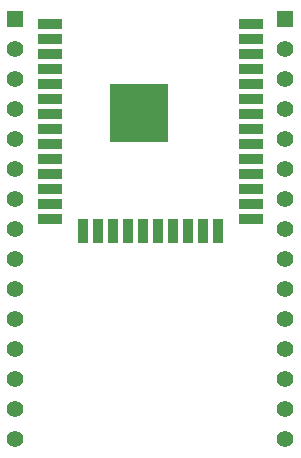
<source format=gts>
G04 #@! TF.GenerationSoftware,KiCad,Pcbnew,(5.1.10-1-10_14)*
G04 #@! TF.CreationDate,2021-12-01T23:11:49+09:00*
G04 #@! TF.ProjectId,DIP-ESP32,4449502d-4553-4503-9332-2e6b69636164,V1.0*
G04 #@! TF.SameCoordinates,Original*
G04 #@! TF.FileFunction,Soldermask,Top*
G04 #@! TF.FilePolarity,Negative*
%FSLAX46Y46*%
G04 Gerber Fmt 4.6, Leading zero omitted, Abs format (unit mm)*
G04 Created by KiCad (PCBNEW (5.1.10-1-10_14)) date 2021-12-01 23:11:49*
%MOMM*%
%LPD*%
G01*
G04 APERTURE LIST*
%ADD10R,5.000000X5.000000*%
%ADD11R,2.000000X0.900000*%
%ADD12R,0.900000X2.000000*%
%ADD13C,1.400000*%
%ADD14R,1.400000X1.400000*%
G04 APERTURE END LIST*
D10*
X-1000000Y-9245000D03*
D11*
X-8500000Y-1745000D03*
X-8500000Y-3015000D03*
X-8500000Y-4285000D03*
X-8500000Y-5555000D03*
X-8500000Y-6825000D03*
X-8500000Y-8095000D03*
X-8500000Y-9365000D03*
X-8500000Y-10635000D03*
X-8500000Y-11905000D03*
X-8500000Y-13175000D03*
X-8500000Y-14445000D03*
X-8500000Y-15715000D03*
X-8500000Y-16985000D03*
X-8500000Y-18255000D03*
D12*
X-5715000Y-19255000D03*
X-4445000Y-19255000D03*
X-3175000Y-19255000D03*
X-1905000Y-19255000D03*
X-635000Y-19255000D03*
X635000Y-19255000D03*
X1905000Y-19255000D03*
X3175000Y-19255000D03*
X4445000Y-19255000D03*
X5715000Y-19255000D03*
D11*
X8500000Y-18255000D03*
X8500000Y-16985000D03*
X8500000Y-15715000D03*
X8500000Y-14445000D03*
X8500000Y-13175000D03*
X8500000Y-11905000D03*
X8500000Y-10635000D03*
X8500000Y-9365000D03*
X8500000Y-8095000D03*
X8500000Y-6825000D03*
X8500000Y-5555000D03*
X8500000Y-4285000D03*
X8500000Y-3015000D03*
X8500000Y-1745000D03*
D13*
X11430000Y-34290000D03*
D14*
X11430000Y-1270000D03*
D13*
X11430000Y-3810000D03*
X11430000Y-6350000D03*
X11430000Y-8890000D03*
X11430000Y-11430000D03*
X11430000Y-13970000D03*
X11430000Y-16510000D03*
X11430000Y-19050000D03*
X11430000Y-21590000D03*
X11430000Y-24130000D03*
X11430000Y-26670000D03*
X11430000Y-29210000D03*
X11430000Y-31750000D03*
X11430000Y-36830000D03*
X-11430000Y-36830000D03*
X-11430000Y-34290000D03*
X-11430000Y-31750000D03*
X-11430000Y-29210000D03*
X-11430000Y-26670000D03*
X-11430000Y-24130000D03*
X-11430000Y-21590000D03*
X-11430000Y-19050000D03*
X-11430000Y-16510000D03*
X-11430000Y-13970000D03*
X-11430000Y-11430000D03*
X-11430000Y-8890000D03*
X-11430000Y-6350000D03*
X-11430000Y-3810000D03*
D14*
X-11430000Y-1270000D03*
M02*

</source>
